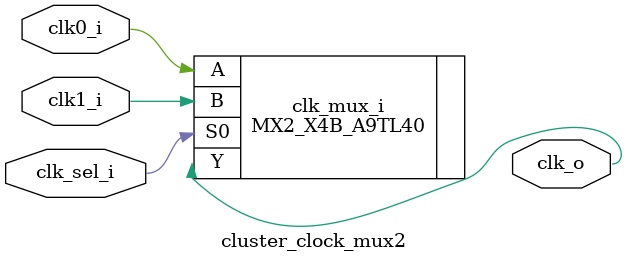
<source format=sv>
module cluster_clock_mux2
(
   input  logic clk0_i,
   input  logic clk1_i,
   input  logic clk_sel_i,
   output logic clk_o
);


   MX2_X4B_A9TL40 clk_mux_i
   (
      .A(clk0_i),
      .B(clk1_i),
      .S0(clk_sel_i),
      .Y(clk_o)
   );

endmodule

</source>
